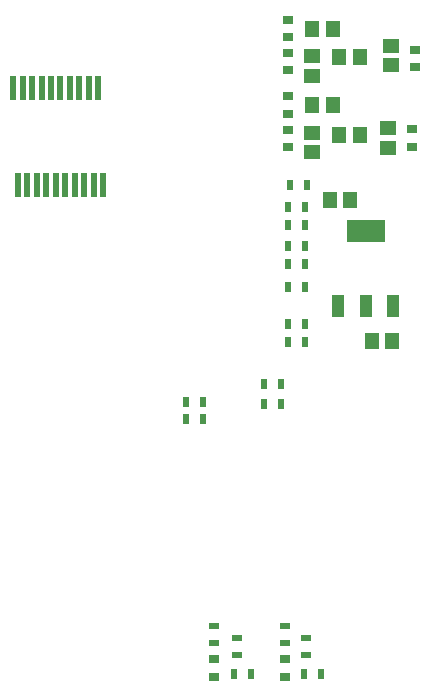
<source format=gtp>
G04 Layer_Color=8421504*
%FSAX25Y25*%
%MOIN*%
G70*
G01*
G75*
%ADD10R,0.03937X0.07284*%
%ADD11R,0.12598X0.07284*%
%ADD12R,0.01969X0.07874*%
%ADD13R,0.04921X0.05512*%
%ADD14R,0.03543X0.02559*%
%ADD15R,0.05512X0.04921*%
%ADD16R,0.04724X0.05512*%
%ADD17R,0.03347X0.02362*%
%ADD18R,0.02362X0.03347*%
D10*
X2311748Y1283748D02*
D03*
X2320803D02*
D03*
X2329858D02*
D03*
D11*
X2320803Y1308748D02*
D03*
D12*
X2231669Y1356347D02*
D03*
X2228520Y1356347D02*
D03*
X2225370D02*
D03*
X2222220Y1356347D02*
D03*
X2219071D02*
D03*
X2215921D02*
D03*
X2212772D02*
D03*
X2209622D02*
D03*
X2206473D02*
D03*
X2203323D02*
D03*
X2204898Y1324064D02*
D03*
X2208047D02*
D03*
X2211197D02*
D03*
X2214347D02*
D03*
X2217496D02*
D03*
X2220646D02*
D03*
X2223795D02*
D03*
X2226945Y1324064D02*
D03*
X2230095D02*
D03*
X2233244Y1324064D02*
D03*
D13*
X2323055Y1272248D02*
D03*
X2329551D02*
D03*
X2309055Y1319248D02*
D03*
X2315551D02*
D03*
D14*
X2294803Y1353602D02*
D03*
Y1347894D02*
D03*
Y1379102D02*
D03*
Y1373394D02*
D03*
Y1336748D02*
D03*
Y1342457D02*
D03*
X2336303Y1336894D02*
D03*
Y1342602D02*
D03*
X2294803Y1362539D02*
D03*
Y1368248D02*
D03*
X2337303Y1363394D02*
D03*
Y1369102D02*
D03*
X2270303Y1165957D02*
D03*
Y1160248D02*
D03*
X2293803Y1165957D02*
D03*
Y1160248D02*
D03*
D15*
X2302803Y1335000D02*
D03*
Y1341496D02*
D03*
X2328303Y1336500D02*
D03*
Y1342996D02*
D03*
X2302803Y1360500D02*
D03*
Y1366996D02*
D03*
X2329303Y1364000D02*
D03*
Y1370496D02*
D03*
D16*
X2309846Y1350748D02*
D03*
X2302760D02*
D03*
X2309846Y1376248D02*
D03*
X2302760D02*
D03*
X2318846Y1340748D02*
D03*
X2311760D02*
D03*
X2318846Y1366748D02*
D03*
X2311760D02*
D03*
D17*
X2270303Y1177102D02*
D03*
Y1171394D02*
D03*
X2293803Y1177102D02*
D03*
Y1171394D02*
D03*
X2277803Y1167394D02*
D03*
Y1173102D02*
D03*
X2300803Y1167394D02*
D03*
Y1173102D02*
D03*
D18*
X2260949Y1251748D02*
D03*
X2266657D02*
D03*
X2294949Y1277748D02*
D03*
X2300657D02*
D03*
X2282657Y1161248D02*
D03*
X2276949D02*
D03*
X2266657Y1246248D02*
D03*
X2260949D02*
D03*
X2305803Y1161248D02*
D03*
X2300094D02*
D03*
X2300657Y1271748D02*
D03*
X2294949D02*
D03*
X2295449Y1324248D02*
D03*
X2301157D02*
D03*
X2294949Y1297748D02*
D03*
X2300657D02*
D03*
X2294949Y1303748D02*
D03*
X2300657D02*
D03*
X2294949Y1290248D02*
D03*
X2300657D02*
D03*
X2294949Y1316748D02*
D03*
X2300657D02*
D03*
X2294949Y1310748D02*
D03*
X2300657D02*
D03*
X2286949Y1257748D02*
D03*
X2292657D02*
D03*
X2286949Y1251248D02*
D03*
X2292657D02*
D03*
M02*

</source>
